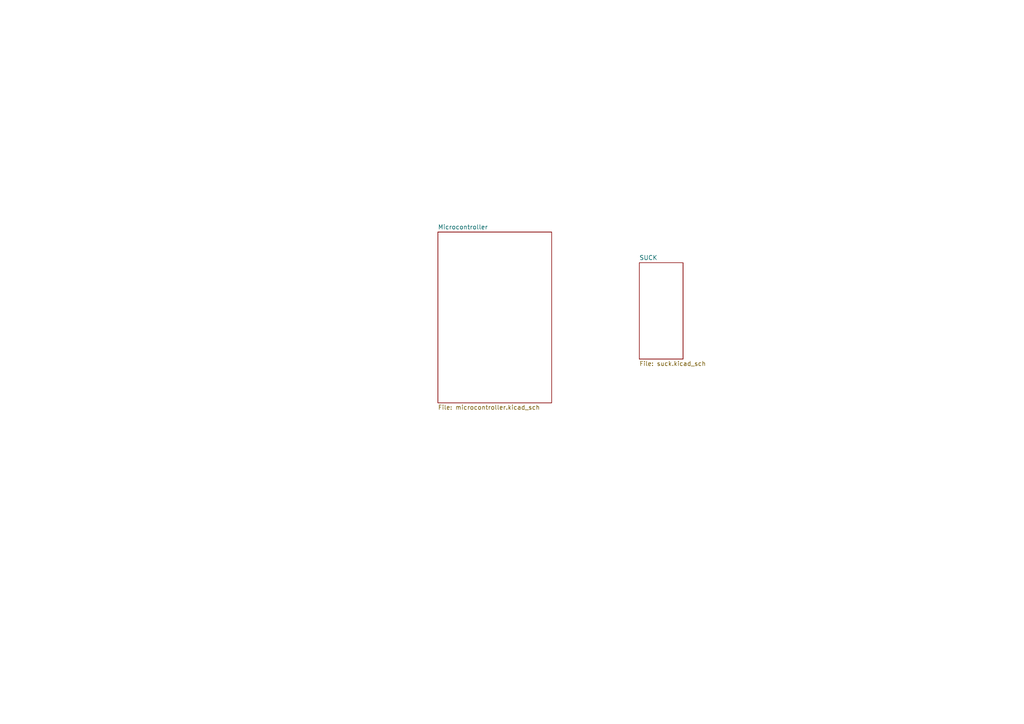
<source format=kicad_sch>
(kicad_sch (version 20230121) (generator eeschema)
  (paper "A4")
  (lib_symbols)
  (sheet (at 185.42 76.2) (size 12.7 27.94) (stroke (width 0.1524))
    (property "Sheetname" "SUCK" (at 185.42 75.4884 0) (effects (justify left bottom)))
    (property "Sheetfile" "suck.kicad_sch" (at 185.42 104.7246 0) (effects (justify left top)))
  )
  (sheet (at 127 67.31) (size 33.02 49.53) (stroke (width 0.1524))
    (property "Sheetname" "Microcontroller" (at 127 66.5984 0) (effects (justify left bottom)))
    (property "Sheetfile" "microcontroller.kicad_sch" (at 127 117.4246 0) (effects (justify left top)))
  )
)
</source>
